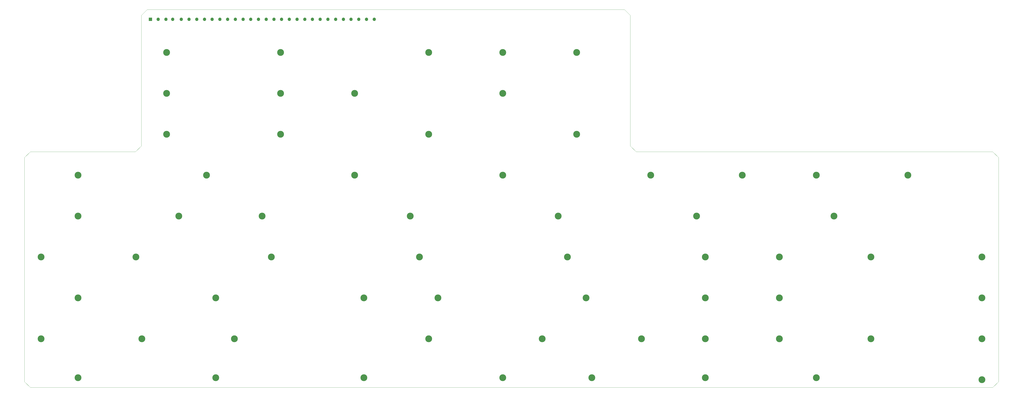
<source format=gbr>
%TF.GenerationSoftware,KiCad,Pcbnew,(5.1.7)-1*%
%TF.CreationDate,2020-10-10T22:45:47-04:00*%
%TF.ProjectId,f122,66313232-2e6b-4696-9361-645f70636258,rev?*%
%TF.SameCoordinates,PXe1237f8PYe7db780*%
%TF.FileFunction,Soldermask,Bot*%
%TF.FilePolarity,Negative*%
%FSLAX46Y46*%
G04 Gerber Fmt 4.6, Leading zero omitted, Abs format (unit mm)*
G04 Created by KiCad (PCBNEW (5.1.7)-1) date 2020-10-10 22:45:47*
%MOMM*%
%LPD*%
G01*
G04 APERTURE LIST*
%TA.AperFunction,Profile*%
%ADD10C,0.100000*%
%TD*%
%ADD11O,1.700000X1.700000*%
%ADD12R,1.700000X1.700000*%
%ADD13C,3.500000*%
G04 APERTURE END LIST*
D10*
X-131760000Y63785000D02*
X-128760000Y66785000D01*
X125240000Y63785000D02*
X122240000Y66785000D01*
X122240000Y133785000D02*
X119240000Y136785000D01*
X122240000Y133785000D02*
X122240000Y66785000D01*
X-128760000Y133785000D02*
X-125760000Y136785000D01*
X-128760000Y133785000D02*
X-128760000Y66785000D01*
X311240000Y60785000D02*
X308240000Y63785000D01*
X-188760000Y60785000D02*
X-185760000Y63785000D01*
X308240000Y-57215000D02*
X311240000Y-54215000D01*
X-185760000Y-57215000D02*
X-188760000Y-54215000D01*
X125240000Y63785000D02*
X308240000Y63785000D01*
X-188760000Y60785000D02*
X-188760000Y-54215000D01*
X-185760000Y-57215000D02*
X308240000Y-57215000D01*
X-185760000Y63785000D02*
X-131760000Y63785000D01*
X-125760000Y136785000D02*
X119240000Y136785000D01*
X311240000Y60785000D02*
X311240000Y-54215000D01*
D11*
%TO.C,J1*%
X-9235000Y131785000D03*
X-13195000Y131785000D03*
X-17155000Y131785000D03*
X-21115000Y131785000D03*
X-25075000Y131785000D03*
X-29035000Y131785000D03*
X-32995000Y131785000D03*
X-36955000Y131785000D03*
X-40915000Y131785000D03*
X-44875000Y131785000D03*
X-48835000Y131785000D03*
X-52795000Y131785000D03*
X-56755000Y131785000D03*
X-60715000Y131785000D03*
X-64675000Y131785000D03*
X-68635000Y131785000D03*
X-72595000Y131785000D03*
X-76555000Y131785000D03*
X-80515000Y131785000D03*
X-84475000Y131785000D03*
X-88435000Y131785000D03*
X-92395000Y131785000D03*
X-96355000Y131785000D03*
X-100315000Y131785000D03*
X-104275000Y131785000D03*
X-108235000Y131785000D03*
X-112645000Y131785000D03*
X-116155000Y131785000D03*
X-120115000Y131785000D03*
D12*
X-124075000Y131785000D03*
%TD*%
D13*
%TO.C,REF\u002A\u002A*%
X102470000Y-52230000D03*
%TD*%
%TO.C,REF\u002A\u002A*%
X160720000Y-52220000D03*
%TD*%
%TO.C,REF\u002A\u002A*%
X217720000Y-52220000D03*
%TD*%
%TO.C,REF\u002A\u002A*%
X302730000Y-53220000D03*
%TD*%
%TO.C,REF\u002A\u002A*%
X56720000Y-52230000D03*
%TD*%
%TO.C,REF\u002A\u002A*%
X-14530000Y-52230000D03*
%TD*%
%TO.C,REF\u002A\u002A*%
X-90530000Y-52230000D03*
%TD*%
%TO.C,REF\u002A\u002A*%
X-161270000Y-52220000D03*
%TD*%
%TO.C,REF\u002A\u002A*%
X76970000Y-32230000D03*
%TD*%
%TO.C,REF\u002A\u002A*%
X23470000Y-11230000D03*
%TD*%
%TO.C,REF\u002A\u002A*%
X-128510000Y-32190000D03*
%TD*%
%TO.C,REF\u002A\u002A*%
X-81030000Y-32230000D03*
%TD*%
%TO.C,REF\u002A\u002A*%
X127970000Y-32230000D03*
%TD*%
%TO.C,REF\u002A\u002A*%
X99470000Y-11230000D03*
%TD*%
%TO.C,REF\u002A\u002A*%
X18720000Y-32230000D03*
%TD*%
%TO.C,REF\u002A\u002A*%
X-14530000Y-11230000D03*
%TD*%
%TO.C,REF\u002A\u002A*%
X-90530000Y-11230000D03*
%TD*%
%TO.C,REF\u002A\u002A*%
X-131520000Y9790000D03*
%TD*%
%TO.C,REF\u002A\u002A*%
X13970000Y9770000D03*
%TD*%
%TO.C,REF\u002A\u002A*%
X89970000Y9770000D03*
%TD*%
%TO.C,REF\u002A\u002A*%
X-62030000Y9770000D03*
%TD*%
%TO.C,REF\u002A\u002A*%
X-109520000Y30790000D03*
%TD*%
%TO.C,REF\u002A\u002A*%
X9220000Y30770000D03*
%TD*%
%TO.C,REF\u002A\u002A*%
X-66780000Y30770000D03*
%TD*%
%TO.C,REF\u002A\u002A*%
X85220000Y30770000D03*
%TD*%
%TO.C,REF\u002A\u002A*%
X156220000Y30780000D03*
%TD*%
%TO.C,REF\u002A\u002A*%
X198720000Y-32220000D03*
%TD*%
%TO.C,REF\u002A\u002A*%
X160720000Y9780000D03*
%TD*%
%TO.C,REF\u002A\u002A*%
X160720000Y-11220000D03*
%TD*%
%TO.C,REF\u002A\u002A*%
X160720000Y-32220000D03*
%TD*%
%TO.C,REF\u002A\u002A*%
X198720000Y-11220000D03*
%TD*%
%TO.C,REF\u002A\u002A*%
X179720000Y51780000D03*
%TD*%
%TO.C,REF\u002A\u002A*%
X245730000Y9780000D03*
%TD*%
%TO.C,REF\u002A\u002A*%
X226730000Y30780000D03*
%TD*%
%TO.C,REF\u002A\u002A*%
X245730000Y-32220000D03*
%TD*%
%TO.C,REF\u002A\u002A*%
X302730000Y-32220000D03*
%TD*%
%TO.C,REF\u002A\u002A*%
X302730000Y-11220000D03*
%TD*%
%TO.C,REF\u002A\u002A*%
X302730000Y9780000D03*
%TD*%
%TO.C,REF\u002A\u002A*%
X-180270000Y9780000D03*
%TD*%
%TO.C,REF\u002A\u002A*%
X-161270000Y51780000D03*
%TD*%
%TO.C,REF\u002A\u002A*%
X-180270000Y-32220000D03*
%TD*%
%TO.C,REF\u002A\u002A*%
X-161270000Y-11220000D03*
%TD*%
%TO.C,REF\u002A\u002A*%
X-161270000Y30780000D03*
%TD*%
%TO.C,REF\u002A\u002A*%
X264730000Y51780000D03*
%TD*%
%TO.C,REF\u002A\u002A*%
X217720000Y51780000D03*
%TD*%
%TO.C,REF\u002A\u002A*%
X198720000Y9780000D03*
%TD*%
%TO.C,REF\u002A\u002A*%
X-19280000Y51770000D03*
%TD*%
%TO.C,REF\u002A\u002A*%
X56720000Y51770000D03*
%TD*%
%TO.C,REF\u002A\u002A*%
X-95280000Y51770000D03*
%TD*%
%TO.C,REF\u002A\u002A*%
X132720000Y51770000D03*
%TD*%
%TO.C,REF\u002A\u002A*%
X56720000Y114770000D03*
%TD*%
%TO.C,REF\u002A\u002A*%
X18720000Y114770000D03*
%TD*%
%TO.C,REF\u002A\u002A*%
X94720000Y114770000D03*
%TD*%
%TO.C,REF\u002A\u002A*%
X56720000Y93770000D03*
%TD*%
%TO.C,REF\u002A\u002A*%
X-19280000Y93770000D03*
%TD*%
%TO.C,REF\u002A\u002A*%
X94720000Y72770000D03*
%TD*%
%TO.C,REF\u002A\u002A*%
X-57280000Y72770000D03*
%TD*%
%TO.C,REF\u002A\u002A*%
X-115780000Y72770000D03*
%TD*%
%TO.C,REF\u002A\u002A*%
X-115780000Y93770000D03*
%TD*%
%TO.C,REF\u002A\u002A*%
X-115780000Y114770000D03*
%TD*%
%TO.C,REF\u002A\u002A*%
X18720000Y72770000D03*
%TD*%
%TO.C,REF\u002A\u002A*%
X-57280000Y93770000D03*
%TD*%
%TO.C,REF\u002A\u002A*%
X-57280000Y114770000D03*
%TD*%
M02*

</source>
